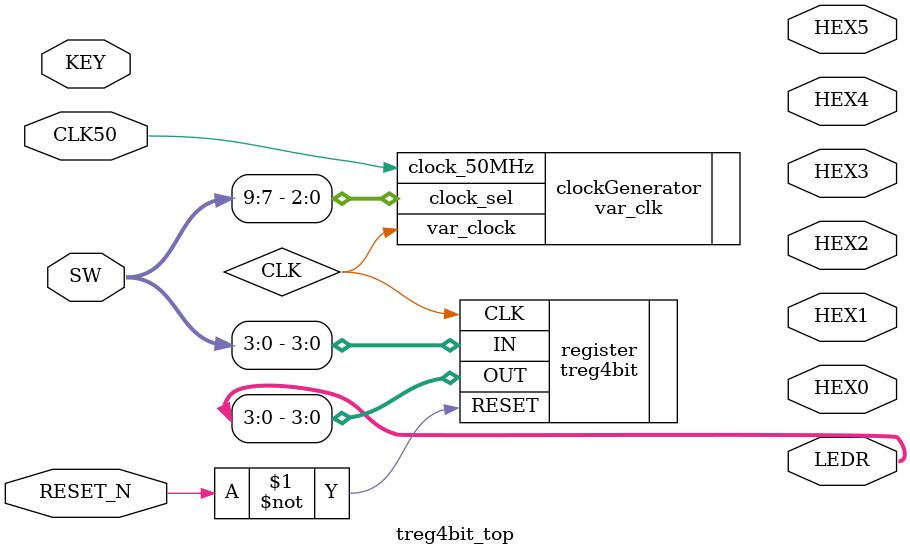
<source format=v>
module treg4bit_top(CLK50, SW, KEY, RESET_N, LEDR, HEX5, HEX4, HEX3, HEX2, HEX1, HEX0);
  input         CLK50;
  input  [9:0]  SW;
  input  [3:0]  KEY;
  input			 RESET_N;
  
  output [9:0]  LEDR;
  output [6:0]  HEX5;
  output [6:0]  HEX4;
  output [6:0]  HEX3;
  output [6:0]  HEX2;
  output [6:0]  HEX1;
  output [6:0]  HEX0;
  
  treg4bit register(
		.CLK(CLK),
		.RESET(~RESET_N),
		.IN(SW[3:0]),
		.OUT(LEDR[3:0])
	);
	
  var_clk clockGenerator(
    .clock_50MHz(CLK50),
    .clock_sel(SW[9:7]),
    .var_clock(CLK)
  );
  
endmodule

</source>
